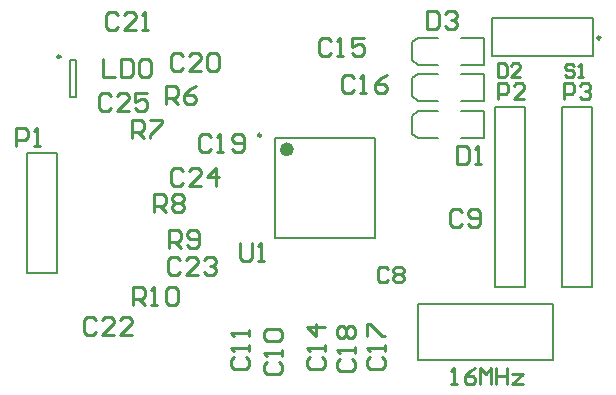
<source format=gto>
%FSLAX25Y25*%
%MOIN*%
G70*
G01*
G75*
G04 Layer_Color=65535*
%ADD10R,0.03543X0.03150*%
%ADD11O,0.01181X0.07087*%
%ADD12O,0.07087X0.01181*%
%ADD13R,0.05906X0.05906*%
%ADD14R,0.02756X0.03543*%
%ADD15R,0.03150X0.03543*%
%ADD16R,0.04331X0.02559*%
%ADD17C,0.01000*%
%ADD18C,0.07000*%
%ADD19R,0.07000X0.07000*%
%ADD20R,0.05906X0.05906*%
%ADD21C,0.05906*%
%ADD22C,0.07284*%
%ADD23R,0.07284X0.07284*%
%ADD24C,0.05512*%
G04:AMPARAMS|DCode=25|XSize=55.12mil|YSize=55.12mil|CornerRadius=0mil|HoleSize=0mil|Usage=FLASHONLY|Rotation=0.000|XOffset=0mil|YOffset=0mil|HoleType=Round|Shape=Octagon|*
%AMOCTAGOND25*
4,1,8,0.02756,-0.01378,0.02756,0.01378,0.01378,0.02756,-0.01378,0.02756,-0.02756,0.01378,-0.02756,-0.01378,-0.01378,-0.02756,0.01378,-0.02756,0.02756,-0.01378,0.0*
%
%ADD25OCTAGOND25*%

%ADD26C,0.05000*%
%ADD27C,0.04000*%
G04:AMPARAMS|DCode=28|XSize=100mil|YSize=100mil|CornerRadius=0mil|HoleSize=0mil|Usage=FLASHONLY|Rotation=0.000|XOffset=0mil|YOffset=0mil|HoleType=Round|Shape=Relief|Width=10mil|Gap=10mil|Entries=4|*
%AMTHD28*
7,0,0,0.10000,0.08000,0.01000,45*
%
%ADD28THD28*%
%ADD29C,0.08000*%
%ADD30C,0.07543*%
G04:AMPARAMS|DCode=31|XSize=95.433mil|YSize=95.433mil|CornerRadius=0mil|HoleSize=0mil|Usage=FLASHONLY|Rotation=0.000|XOffset=0mil|YOffset=0mil|HoleType=Round|Shape=Relief|Width=10mil|Gap=10mil|Entries=4|*
%AMTHD31*
7,0,0,0.09543,0.07543,0.01000,45*
%
%ADD31THD31*%
G04:AMPARAMS|DCode=32|XSize=103.307mil|YSize=103.307mil|CornerRadius=0mil|HoleSize=0mil|Usage=FLASHONLY|Rotation=0.000|XOffset=0mil|YOffset=0mil|HoleType=Round|Shape=Relief|Width=10mil|Gap=10mil|Entries=4|*
%AMTHD32*
7,0,0,0.10331,0.08331,0.01000,45*
%
%ADD32THD32*%
%ADD33C,0.08331*%
%ADD34C,0.07150*%
G04:AMPARAMS|DCode=35|XSize=88mil|YSize=88mil|CornerRadius=0mil|HoleSize=0mil|Usage=FLASHONLY|Rotation=0.000|XOffset=0mil|YOffset=0mil|HoleType=Round|Shape=Relief|Width=10mil|Gap=10mil|Entries=4|*
%AMTHD35*
7,0,0,0.08800,0.06800,0.01000,45*
%
%ADD35THD35*%
%ADD36C,0.06800*%
%ADD37O,0.01575X0.07096*%
%ADD38R,0.01575X0.07096*%
%ADD39O,0.06496X0.02165*%
%ADD40O,0.02165X0.06496*%
%ADD41C,0.02362*%
%ADD42C,0.00984*%
%ADD43C,0.00787*%
%ADD44C,0.00961*%
%ADD45C,0.00882*%
%ADD46C,0.00870*%
D17*
X137499Y247498D02*
X136499Y248498D01*
X134500D01*
X133500Y247498D01*
Y243500D01*
X134500Y242500D01*
X136499D01*
X137499Y243500D01*
X143497Y242500D02*
X139498D01*
X143497Y246499D01*
Y247498D01*
X142497Y248498D01*
X140498D01*
X139498Y247498D01*
X145496Y242500D02*
X147495D01*
X146496D01*
Y248498D01*
X145496Y247498D01*
X103500Y204000D02*
Y209998D01*
X106499D01*
X107499Y208998D01*
Y206999D01*
X106499Y205999D01*
X103500D01*
X109498Y204000D02*
X111497D01*
X110498D01*
Y209998D01*
X109498Y208998D01*
X158999Y233998D02*
X157999Y234998D01*
X156000D01*
X155000Y233998D01*
Y230000D01*
X156000Y229000D01*
X157999D01*
X158999Y230000D01*
X164997Y229000D02*
X160998D01*
X164997Y232999D01*
Y233998D01*
X163997Y234998D01*
X161998D01*
X160998Y233998D01*
X166996D02*
X167996Y234998D01*
X169995D01*
X170995Y233998D01*
Y230000D01*
X169995Y229000D01*
X167996D01*
X166996Y230000D01*
Y233998D01*
X178000Y171498D02*
Y166500D01*
X179000Y165500D01*
X180999D01*
X181999Y166500D01*
Y171498D01*
X183998Y165500D02*
X185997D01*
X184998D01*
Y171498D01*
X183998Y170498D01*
X250500Y203998D02*
Y198000D01*
X253499D01*
X254499Y199000D01*
Y202998D01*
X253499Y203998D01*
X250500D01*
X256498Y198000D02*
X258497D01*
X257498D01*
Y203998D01*
X256498Y202998D01*
X240500Y248998D02*
Y243000D01*
X243499D01*
X244499Y244000D01*
Y247998D01*
X243499Y248998D01*
X240500D01*
X246498Y247998D02*
X247498Y248998D01*
X249497D01*
X250497Y247998D01*
Y246999D01*
X249497Y245999D01*
X248497D01*
X249497D01*
X250497Y244999D01*
Y244000D01*
X249497Y243000D01*
X247498D01*
X246498Y244000D01*
X251999Y181998D02*
X250999Y182998D01*
X249000D01*
X248000Y181998D01*
Y178000D01*
X249000Y177000D01*
X250999D01*
X251999Y178000D01*
X253998D02*
X254998Y177000D01*
X256997D01*
X257997Y178000D01*
Y181998D01*
X256997Y182998D01*
X254998D01*
X253998Y181998D01*
Y180999D01*
X254998Y179999D01*
X257997D01*
X187002Y131999D02*
X186002Y130999D01*
Y129000D01*
X187002Y128000D01*
X191000D01*
X192000Y129000D01*
Y130999D01*
X191000Y131999D01*
X192000Y133998D02*
Y135997D01*
Y134998D01*
X186002D01*
X187002Y133998D01*
Y138996D02*
X186002Y139996D01*
Y141996D01*
X187002Y142995D01*
X191000D01*
X192000Y141996D01*
Y139996D01*
X191000Y138996D01*
X187002D01*
X176002Y133499D02*
X175002Y132499D01*
Y130500D01*
X176002Y129500D01*
X180000D01*
X181000Y130500D01*
Y132499D01*
X180000Y133499D01*
X181000Y135498D02*
Y137497D01*
Y136498D01*
X175002D01*
X176002Y135498D01*
X181000Y140496D02*
Y142496D01*
Y141496D01*
X175002D01*
X176002Y140496D01*
X201502Y133499D02*
X200502Y132499D01*
Y130500D01*
X201502Y129500D01*
X205500D01*
X206500Y130500D01*
Y132499D01*
X205500Y133499D01*
X206500Y135498D02*
Y137497D01*
Y136498D01*
X200502D01*
X201502Y135498D01*
X206500Y143496D02*
X200502D01*
X203501Y140496D01*
Y144495D01*
X208499Y238998D02*
X207499Y239998D01*
X205500D01*
X204500Y238998D01*
Y235000D01*
X205500Y234000D01*
X207499D01*
X208499Y235000D01*
X210498Y234000D02*
X212497D01*
X211498D01*
Y239998D01*
X210498Y238998D01*
X219495Y239998D02*
X215496D01*
Y236999D01*
X217496Y237999D01*
X218495D01*
X219495Y236999D01*
Y235000D01*
X218495Y234000D01*
X216496D01*
X215496Y235000D01*
X215999Y226498D02*
X214999Y227498D01*
X213000D01*
X212000Y226498D01*
Y222500D01*
X213000Y221500D01*
X214999D01*
X215999Y222500D01*
X217998Y221500D02*
X219997D01*
X218998D01*
Y227498D01*
X217998Y226498D01*
X226995Y227498D02*
X224996Y226498D01*
X222996Y224499D01*
Y222500D01*
X223996Y221500D01*
X225995D01*
X226995Y222500D01*
Y223499D01*
X225995Y224499D01*
X222996D01*
X221502Y133499D02*
X220502Y132499D01*
Y130500D01*
X221502Y129500D01*
X225500D01*
X226500Y130500D01*
Y132499D01*
X225500Y133499D01*
X226500Y135498D02*
Y137497D01*
Y136498D01*
X220502D01*
X221502Y135498D01*
X220502Y140496D02*
Y144495D01*
X221502D01*
X225500Y140496D01*
X226500D01*
X211502Y132999D02*
X210502Y131999D01*
Y130000D01*
X211502Y129000D01*
X215500D01*
X216500Y130000D01*
Y131999D01*
X215500Y132999D01*
X216500Y134998D02*
Y136997D01*
Y135998D01*
X210502D01*
X211502Y134998D01*
Y139996D02*
X210502Y140996D01*
Y142996D01*
X211502Y143995D01*
X212501D01*
X213501Y142996D01*
X214501Y143995D01*
X215500D01*
X216500Y142996D01*
Y140996D01*
X215500Y139996D01*
X214501D01*
X213501Y140996D01*
X212501Y139996D01*
X211502D01*
X213501Y140996D02*
Y142996D01*
X168499Y206998D02*
X167499Y207998D01*
X165500D01*
X164500Y206998D01*
Y203000D01*
X165500Y202000D01*
X167499D01*
X168499Y203000D01*
X170498Y202000D02*
X172497D01*
X171498D01*
Y207998D01*
X170498Y206998D01*
X175496Y203000D02*
X176496Y202000D01*
X178496D01*
X179495Y203000D01*
Y206998D01*
X178496Y207998D01*
X176496D01*
X175496Y206998D01*
Y205999D01*
X176496Y204999D01*
X179495D01*
X129999Y145998D02*
X128999Y146998D01*
X127000D01*
X126000Y145998D01*
Y142000D01*
X127000Y141000D01*
X128999D01*
X129999Y142000D01*
X135997Y141000D02*
X131998D01*
X135997Y144999D01*
Y145998D01*
X134997Y146998D01*
X132998D01*
X131998Y145998D01*
X141995Y141000D02*
X137996D01*
X141995Y144999D01*
Y145998D01*
X140995Y146998D01*
X138996D01*
X137996Y145998D01*
X157999Y165998D02*
X156999Y166998D01*
X155000D01*
X154000Y165998D01*
Y162000D01*
X155000Y161000D01*
X156999D01*
X157999Y162000D01*
X163997Y161000D02*
X159998D01*
X163997Y164999D01*
Y165998D01*
X162997Y166998D01*
X160998D01*
X159998Y165998D01*
X165996D02*
X166996Y166998D01*
X168995D01*
X169995Y165998D01*
Y164999D01*
X168995Y163999D01*
X167996D01*
X168995D01*
X169995Y162999D01*
Y162000D01*
X168995Y161000D01*
X166996D01*
X165996Y162000D01*
X158999Y195498D02*
X157999Y196498D01*
X156000D01*
X155000Y195498D01*
Y191500D01*
X156000Y190500D01*
X157999D01*
X158999Y191500D01*
X164997Y190500D02*
X160998D01*
X164997Y194499D01*
Y195498D01*
X163997Y196498D01*
X161998D01*
X160998Y195498D01*
X169995Y190500D02*
Y196498D01*
X166996Y193499D01*
X170995D01*
X134999Y220498D02*
X133999Y221498D01*
X132000D01*
X131000Y220498D01*
Y216500D01*
X132000Y215500D01*
X133999D01*
X134999Y216500D01*
X140997Y215500D02*
X136998D01*
X140997Y219499D01*
Y220498D01*
X139997Y221498D01*
X137998D01*
X136998Y220498D01*
X146995Y221498D02*
X142996D01*
Y218499D01*
X144995Y219499D01*
X145995D01*
X146995Y218499D01*
Y216500D01*
X145995Y215500D01*
X143996D01*
X142996Y216500D01*
X132500Y232998D02*
Y227000D01*
X136499D01*
X138498Y232998D02*
Y227000D01*
X141497D01*
X142497Y228000D01*
Y231998D01*
X141497Y232998D01*
X138498D01*
X147495D02*
X145496D01*
X144496Y231998D01*
Y228000D01*
X145496Y227000D01*
X147495D01*
X148495Y228000D01*
Y231998D01*
X147495Y232998D01*
X153500Y218000D02*
Y223998D01*
X156499D01*
X157499Y222998D01*
Y220999D01*
X156499Y219999D01*
X153500D01*
X155499D02*
X157499Y218000D01*
X163497Y223998D02*
X161497Y222998D01*
X159498Y220999D01*
Y219000D01*
X160498Y218000D01*
X162497D01*
X163497Y219000D01*
Y219999D01*
X162497Y220999D01*
X159498D01*
X142000Y206500D02*
Y212498D01*
X144999D01*
X145999Y211498D01*
Y209499D01*
X144999Y208499D01*
X142000D01*
X143999D02*
X145999Y206500D01*
X147998Y212498D02*
X151997D01*
Y211498D01*
X147998Y207500D01*
Y206500D01*
X149500Y182000D02*
Y187998D01*
X152499D01*
X153499Y186998D01*
Y184999D01*
X152499Y183999D01*
X149500D01*
X151499D02*
X153499Y182000D01*
X155498Y186998D02*
X156498Y187998D01*
X158497D01*
X159497Y186998D01*
Y185999D01*
X158497Y184999D01*
X159497Y183999D01*
Y183000D01*
X158497Y182000D01*
X156498D01*
X155498Y183000D01*
Y183999D01*
X156498Y184999D01*
X155498Y185999D01*
Y186998D01*
X156498Y184999D02*
X158497D01*
X154500Y170000D02*
Y175998D01*
X157499D01*
X158499Y174998D01*
Y172999D01*
X157499Y171999D01*
X154500D01*
X156499D02*
X158499Y170000D01*
X160498Y171000D02*
X161498Y170000D01*
X163497D01*
X164497Y171000D01*
Y174998D01*
X163497Y175998D01*
X161498D01*
X160498Y174998D01*
Y173999D01*
X161498Y172999D01*
X164497D01*
X142500Y151000D02*
Y156998D01*
X145499D01*
X146499Y155998D01*
Y153999D01*
X145499Y152999D01*
X142500D01*
X144499D02*
X146499Y151000D01*
X148498D02*
X150497D01*
X149498D01*
Y156998D01*
X148498Y155998D01*
X153496D02*
X154496Y156998D01*
X156495D01*
X157495Y155998D01*
Y152000D01*
X156495Y151000D01*
X154496D01*
X153496Y152000D01*
Y155998D01*
D41*
X194886Y202795D02*
G03*
X194886Y202795I-1181J0D01*
G01*
D42*
X185142Y207520D02*
G03*
X185142Y207520I-492J0D01*
G01*
X298236Y240004D02*
G03*
X298236Y240004I-492J0D01*
G01*
X118268Y233685D02*
G03*
X118268Y233685I-492J0D01*
G01*
D43*
X107000Y201500D02*
X117000D01*
Y161500D02*
Y201500D01*
X107000Y161500D02*
Y201500D01*
Y161500D02*
X117000D01*
X189768Y173268D02*
X223232D01*
X189768Y206732D02*
X223232D01*
Y173268D02*
Y206732D01*
X189768Y173268D02*
Y206732D01*
X251937Y228028D02*
X259417D01*
X251937Y218972D02*
X259417D01*
Y228028D01*
X235402Y220547D02*
Y226453D01*
X237370Y228028D02*
X244063D01*
X235402Y220547D02*
X237370Y218972D01*
X235402Y226453D02*
X237370Y228028D01*
X237370Y218972D02*
X244063D01*
X251937Y215528D02*
X259417D01*
X251937Y206472D02*
X259417D01*
Y215528D01*
X235402Y208047D02*
Y213953D01*
X237370Y215528D02*
X244063D01*
X235402Y208047D02*
X237370Y206472D01*
X235402Y213953D02*
X237370Y215528D01*
X237370Y206472D02*
X244063D01*
X251937Y240028D02*
X259417D01*
X251937Y230972D02*
X259417D01*
Y240028D01*
X235402Y232547D02*
Y238453D01*
X237370Y240028D02*
X244063D01*
X235402Y232547D02*
X237370Y230972D01*
X235402Y238453D02*
X237370Y240028D01*
X237370Y230972D02*
X244063D01*
X273000Y157000D02*
Y217000D01*
X263000Y157000D02*
Y217000D01*
Y157000D02*
X273000D01*
X263000Y217000D02*
X273000D01*
X295850Y234000D02*
Y246500D01*
X262150D02*
X295850D01*
X262150Y234000D02*
Y246500D01*
Y234000D02*
X295850D01*
X295500Y157000D02*
Y217000D01*
X285500Y157000D02*
Y217000D01*
Y157000D02*
X295500D01*
X285500Y217000D02*
X295500D01*
X121516Y232602D02*
X123484D01*
X121516Y220398D02*
X123484D01*
X121516D02*
Y232602D01*
X123484Y220398D02*
Y232602D01*
X237559Y132748D02*
X282441D01*
Y151252D01*
X237559D02*
X282441D01*
X237559Y132748D02*
Y151252D01*
D44*
X264000Y231487D02*
Y227000D01*
X266243D01*
X266991Y227748D01*
Y230739D01*
X266243Y231487D01*
X264000D01*
X271478Y227000D02*
X268487D01*
X271478Y229991D01*
Y230739D01*
X270730Y231487D01*
X269234D01*
X268487Y230739D01*
X264000Y219500D02*
Y224829D01*
X266665D01*
X267553Y223941D01*
Y222165D01*
X266665Y221276D01*
X264000D01*
X272882Y219500D02*
X269329D01*
X272882Y223053D01*
Y223941D01*
X271993Y224829D01*
X270217D01*
X269329Y223941D01*
X289449Y230686D02*
X288712Y231424D01*
X287237D01*
X286500Y230686D01*
Y229949D01*
X287237Y229212D01*
X288712D01*
X289449Y228475D01*
Y227737D01*
X288712Y227000D01*
X287237D01*
X286500Y227737D01*
X290924Y227000D02*
X292398D01*
X291661D01*
Y231424D01*
X290924Y230686D01*
X286000Y219500D02*
Y224829D01*
X288665D01*
X289553Y223941D01*
Y222165D01*
X288665Y221276D01*
X286000D01*
X291329Y223941D02*
X292217Y224829D01*
X293993D01*
X294882Y223941D01*
Y223053D01*
X293993Y222165D01*
X293105D01*
X293993D01*
X294882Y221276D01*
Y220388D01*
X293993Y219500D01*
X292217D01*
X291329Y220388D01*
D45*
X227474Y162842D02*
X226606Y163711D01*
X224868D01*
X224000Y162842D01*
Y159369D01*
X224868Y158500D01*
X226606D01*
X227474Y159369D01*
X229211Y162842D02*
X230079Y163711D01*
X231816D01*
X232685Y162842D01*
Y161974D01*
X231816Y161106D01*
X232685Y160237D01*
Y159369D01*
X231816Y158500D01*
X230079D01*
X229211Y159369D01*
Y160237D01*
X230079Y161106D01*
X229211Y161974D01*
Y162842D01*
X230079Y161106D02*
X231816D01*
D46*
X248500Y124500D02*
X250276D01*
X249388D01*
Y129829D01*
X248500Y128941D01*
X256493Y129829D02*
X254717Y128941D01*
X252941Y127164D01*
Y125388D01*
X253829Y124500D01*
X255605D01*
X256493Y125388D01*
Y126276D01*
X255605Y127164D01*
X252941D01*
X258270Y124500D02*
Y129829D01*
X260046Y128053D01*
X261823Y129829D01*
Y124500D01*
X263599Y129829D02*
Y124500D01*
Y127164D01*
X267151D01*
Y129829D01*
Y124500D01*
X268928Y128053D02*
X272481D01*
X268928Y124500D01*
X272481D01*
M02*

</source>
